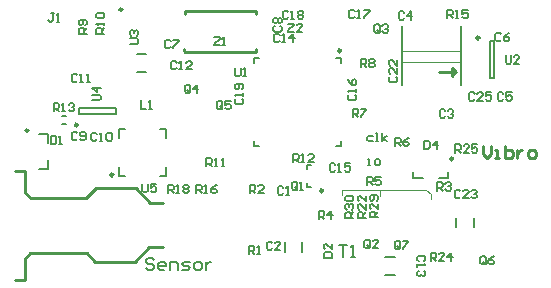
<source format=gto>
G04 Layer_Color=65535*
%FSLAX25Y25*%
%MOIN*%
G70*
G01*
G75*
%ADD49C,0.00984*%
%ADD50C,0.00787*%
%ADD70C,0.00394*%
%ADD71C,0.00606*%
%ADD72C,0.01000*%
%ADD73C,0.00591*%
D49*
X103150Y-60925D02*
G03*
X103150Y-60925I-492J0D01*
G01*
X109055Y-14272D02*
G03*
X109055Y-14272I-492J0D01*
G01*
X21358Y-38976D02*
G03*
X21358Y-38976I-492J0D01*
G01*
X155268Y-9967D02*
G03*
X155268Y-9967I-492J0D01*
G01*
X33268Y-55610D02*
G03*
X33268Y-55610I-492J0D01*
G01*
X36242Y-492D02*
G03*
X36242Y-492I-492J0D01*
G01*
X146480Y-50270D02*
G03*
X146480Y-50270I-492J0D01*
G01*
X4912Y-40824D02*
G03*
X4912Y-40824I-492J0D01*
G01*
X57087Y-14665D02*
X80709D01*
X56890Y-14469D02*
X57087Y-14665D01*
X56890Y-14469D02*
Y-13681D01*
X80709Y-14665D02*
Y-13681D01*
X57087Y-886D02*
X80709D01*
X57087Y-2067D02*
Y-886D01*
X80709Y-1870D02*
Y-886D01*
X49705Y-79626D02*
X49744Y-79587D01*
X45256Y-79626D02*
X49705D01*
X40335Y-84547D02*
X45256Y-79626D01*
X27146Y-84547D02*
X40335D01*
X24429Y-81831D02*
X27146Y-84547D01*
X5610Y-81831D02*
X24429D01*
X3917Y-83524D02*
X5610Y-81831D01*
X3917Y-90571D02*
Y-83524D01*
X335Y-90571D02*
X3917D01*
X45492Y-64902D02*
X49744D01*
X40768Y-60177D02*
X45492Y-64902D01*
X27303Y-60177D02*
X40768D01*
X26201Y-61279D02*
X27303Y-60177D01*
X24154Y-63327D02*
X26201Y-61279D01*
X5650Y-63327D02*
X24154D01*
X3878Y-61555D02*
X5650Y-63327D01*
X3878Y-61555D02*
Y-54350D01*
X374D02*
X3878D01*
D50*
X147547Y-73075D02*
Y-69925D01*
X153453Y-73075D02*
Y-69925D01*
X123925Y-88953D02*
X127075D01*
X123925Y-83047D02*
X127075D01*
X40990Y-15297D02*
X44140D01*
X40990Y-21203D02*
X44140D01*
X97933Y-53642D02*
Y-52461D01*
X99114D01*
X97933Y-59547D02*
Y-58366D01*
Y-59547D02*
X99114D01*
X109153Y-45965D02*
Y-44291D01*
X107480Y-45965D02*
X109153D01*
X80020D02*
Y-44291D01*
Y-45965D02*
X81693D01*
X80020Y-18504D02*
Y-16831D01*
X81693D01*
X109153Y-18504D02*
Y-16831D01*
X107480D02*
X109153D01*
X21949Y-33268D02*
X34154D01*
X21949Y-35236D02*
X34154D01*
Y-33268D01*
X21949Y-35236D02*
Y-33268D01*
X96260Y-81299D02*
Y-78150D01*
X90354Y-81299D02*
Y-78150D01*
X158909Y-11148D02*
X160091D01*
X158909Y-23352D02*
X160091D01*
X158909D02*
Y-11148D01*
X160091Y-23352D02*
Y-11148D01*
X16043Y-35925D02*
X17618D01*
X16043Y-38681D02*
X17618D01*
X35236Y-55905D02*
X37106D01*
X35236D02*
Y-53051D01*
X48917Y-55905D02*
X50787D01*
Y-53051D01*
Y-43209D02*
Y-40354D01*
X48917D02*
X50787D01*
X35236D02*
X37106D01*
X35236Y-43209D02*
Y-40354D01*
X133095Y-56766D02*
X136343D01*
X133095D02*
Y-54797D01*
X141657Y-56766D02*
X144905D01*
Y-54797D01*
X11309Y-53817D02*
Y-50667D01*
X8553Y-53817D02*
X11309D01*
Y-45155D02*
Y-42006D01*
X8553D02*
X11309D01*
D70*
X139272Y-63779D02*
Y-61910D01*
X137402Y-60728D02*
X139272Y-61910D01*
X124508Y-60728D02*
X137402D01*
X122244D02*
X124508D01*
X122244Y-62697D02*
Y-60728D01*
Y-62697D02*
Y-60630D01*
X109646D02*
X122244D01*
X109449D02*
X109646D01*
X109449Y-62402D02*
Y-60630D01*
X129894Y-14411D02*
X149185D01*
X129894Y-17955D02*
X149185D01*
D71*
X129500Y-25829D02*
Y-6144D01*
X149185Y-25829D02*
Y-6144D01*
D72*
X145248Y-21498D02*
X147610D01*
X146035Y-19923D02*
X147610Y-21498D01*
X146035Y-22679D02*
Y-19923D01*
Y-22679D02*
X147216Y-21498D01*
X141705D02*
X147216D01*
X156496Y-46163D02*
Y-48787D01*
X157808Y-50098D01*
X159120Y-48787D01*
Y-46163D01*
X160432Y-50098D02*
X161744D01*
X161088D01*
Y-47475D01*
X160432D01*
X163712Y-46163D02*
Y-50098D01*
X165679D01*
X166335Y-49442D01*
Y-48787D01*
Y-48131D01*
X165679Y-47475D01*
X163712D01*
X167647D02*
Y-50098D01*
Y-48787D01*
X168303Y-48131D01*
X168959Y-47475D01*
X169615D01*
X172239Y-50098D02*
X173551D01*
X174207Y-49442D01*
Y-48131D01*
X173551Y-47475D01*
X172239D01*
X171583Y-48131D01*
Y-49442D01*
X172239Y-50098D01*
D73*
X121457Y-69784D02*
X118702D01*
Y-68406D01*
X119161Y-67947D01*
X120079D01*
X120538Y-68406D01*
Y-69784D01*
Y-68865D02*
X121457Y-67947D01*
Y-65192D02*
Y-67028D01*
X119620Y-65192D01*
X119161D01*
X118702Y-65651D01*
Y-66569D01*
X119161Y-67028D01*
X120998Y-64273D02*
X121457Y-63814D01*
Y-62896D01*
X120998Y-62437D01*
X119161D01*
X118702Y-62896D01*
Y-63814D01*
X119161Y-64273D01*
X119620D01*
X120079Y-63814D01*
Y-62437D01*
X162467Y-8728D02*
X162007Y-8269D01*
X161089D01*
X160630Y-8728D01*
Y-10564D01*
X161089Y-11024D01*
X162007D01*
X162467Y-10564D01*
X165222Y-8269D02*
X164303Y-8728D01*
X163385Y-9646D01*
Y-10564D01*
X163844Y-11024D01*
X164762D01*
X165222Y-10564D01*
Y-10105D01*
X164762Y-9646D01*
X163385D01*
X113648Y-1051D02*
X113189Y-591D01*
X112270D01*
X111811Y-1051D01*
Y-2887D01*
X112270Y-3347D01*
X113189D01*
X113648Y-2887D01*
X114566Y-3347D02*
X115484D01*
X115025D01*
Y-591D01*
X114566Y-1051D01*
X116862Y-591D02*
X118699D01*
Y-1051D01*
X116862Y-2887D01*
Y-3347D01*
X153638Y-28568D02*
X153179Y-28109D01*
X152260D01*
X151801Y-28568D01*
Y-30405D01*
X152260Y-30864D01*
X153179D01*
X153638Y-30405D01*
X156393Y-30864D02*
X154556D01*
X156393Y-29027D01*
Y-28568D01*
X155934Y-28109D01*
X155015D01*
X154556Y-28568D01*
X159148Y-28109D02*
X157311D01*
Y-29487D01*
X158229Y-29027D01*
X158689D01*
X159148Y-29487D01*
Y-30405D01*
X158689Y-30864D01*
X157770D01*
X157311Y-30405D01*
X147250Y-48250D02*
Y-45495D01*
X148627D01*
X149087Y-45954D01*
Y-46872D01*
X148627Y-47332D01*
X147250D01*
X148168D02*
X149087Y-48250D01*
X151842D02*
X150005D01*
X151842Y-46413D01*
Y-45954D01*
X151383Y-45495D01*
X150464D01*
X150005Y-45954D01*
X154597Y-45495D02*
X152760D01*
Y-46872D01*
X153678Y-46413D01*
X154138D01*
X154597Y-46872D01*
Y-47791D01*
X154138Y-48250D01*
X153219D01*
X152760Y-47791D01*
X69616Y-33291D02*
Y-31454D01*
X69157Y-30995D01*
X68239D01*
X67780Y-31454D01*
Y-33291D01*
X68239Y-33750D01*
X69157D01*
X68698Y-32832D02*
X69616Y-33750D01*
X69157D02*
X69616Y-33291D01*
X72371Y-30995D02*
X70535D01*
Y-32372D01*
X71453Y-31913D01*
X71912D01*
X72371Y-32372D01*
Y-33291D01*
X71912Y-33750D01*
X70994D01*
X70535Y-33291D01*
X93173Y-51476D02*
Y-48721D01*
X94550D01*
X95009Y-49180D01*
Y-50099D01*
X94550Y-50558D01*
X93173D01*
X94091D02*
X95009Y-51476D01*
X95928D02*
X96846D01*
X96387D01*
Y-48721D01*
X95928Y-49180D01*
X100060Y-51476D02*
X98224D01*
X100060Y-49640D01*
Y-49180D01*
X99601Y-48721D01*
X98683D01*
X98224Y-49180D01*
X42323Y-30808D02*
Y-33563D01*
X44159D01*
X45078D02*
X45996D01*
X45537D01*
Y-30808D01*
X45078Y-31267D01*
X88648Y-9121D02*
X88188Y-8662D01*
X87270D01*
X86811Y-9121D01*
Y-10958D01*
X87270Y-11417D01*
X88188D01*
X88648Y-10958D01*
X89566Y-11417D02*
X90484D01*
X90025D01*
Y-8662D01*
X89566Y-9121D01*
X93239Y-11417D02*
Y-8662D01*
X91862Y-10040D01*
X93699D01*
X163973Y-15824D02*
Y-18120D01*
X164432Y-18579D01*
X165350D01*
X165810Y-18120D01*
Y-15824D01*
X168565Y-18579D02*
X166728D01*
X168565Y-16742D01*
Y-16283D01*
X168105Y-15824D01*
X167187D01*
X166728Y-16283D01*
X144579Y-3421D02*
Y-666D01*
X145957D01*
X146416Y-1125D01*
Y-2044D01*
X145957Y-2503D01*
X144579D01*
X145498D02*
X146416Y-3421D01*
X147334D02*
X148253D01*
X147793D01*
Y-666D01*
X147334Y-1125D01*
X151467Y-666D02*
X149630D01*
Y-2044D01*
X150549Y-1585D01*
X151008D01*
X151467Y-2044D01*
Y-2962D01*
X151008Y-3421D01*
X150089D01*
X149630Y-2962D01*
X163270Y-28625D02*
X162811Y-28166D01*
X161892D01*
X161433Y-28625D01*
Y-30462D01*
X161892Y-30921D01*
X162811D01*
X163270Y-30462D01*
X166025Y-28166D02*
X164188D01*
Y-29544D01*
X165106Y-29085D01*
X165566D01*
X166025Y-29544D01*
Y-30462D01*
X165566Y-30921D01*
X164647D01*
X164188Y-30462D01*
X86187Y-78314D02*
X85728Y-77855D01*
X84810D01*
X84350Y-78314D01*
Y-80151D01*
X84810Y-80610D01*
X85728D01*
X86187Y-80151D01*
X88942Y-80610D02*
X87105D01*
X88942Y-78774D01*
Y-78314D01*
X88483Y-77855D01*
X87565D01*
X87105Y-78314D01*
X143812Y-34303D02*
X143352Y-33844D01*
X142434D01*
X141975Y-34303D01*
Y-36140D01*
X142434Y-36599D01*
X143352D01*
X143812Y-36140D01*
X144730Y-34303D02*
X145189Y-33844D01*
X146107D01*
X146567Y-34303D01*
Y-34762D01*
X146107Y-35221D01*
X145648D01*
X146107D01*
X146567Y-35680D01*
Y-36140D01*
X146107Y-36599D01*
X145189D01*
X144730Y-36140D01*
X118766Y-79561D02*
Y-77724D01*
X118307Y-77265D01*
X117388D01*
X116929Y-77724D01*
Y-79561D01*
X117388Y-80020D01*
X118307D01*
X117848Y-79101D02*
X118766Y-80020D01*
X118307D02*
X118766Y-79561D01*
X121521Y-80020D02*
X119684D01*
X121521Y-78183D01*
Y-77724D01*
X121062Y-77265D01*
X120143D01*
X119684Y-77724D01*
X127165Y-45965D02*
Y-43210D01*
X128543D01*
X129002Y-43669D01*
Y-44587D01*
X128543Y-45046D01*
X127165D01*
X128084D02*
X129002Y-45965D01*
X131757Y-43210D02*
X130839Y-43669D01*
X129920Y-44587D01*
Y-45505D01*
X130379Y-45965D01*
X131298D01*
X131757Y-45505D01*
Y-45046D01*
X131298Y-44587D01*
X129920D01*
X112992Y-36417D02*
Y-33662D01*
X114370D01*
X114829Y-34122D01*
Y-35040D01*
X114370Y-35499D01*
X112992D01*
X113910D02*
X114829Y-36417D01*
X115747Y-33662D02*
X117584D01*
Y-34122D01*
X115747Y-35958D01*
Y-36417D01*
X108465Y-78938D02*
X111088D01*
X109776D01*
Y-82874D01*
X112400D02*
X113712D01*
X113056D01*
Y-78938D01*
X112400Y-79594D01*
X24419Y-8555D02*
X21664D01*
Y-7178D01*
X22123Y-6718D01*
X23041D01*
X23501Y-7178D01*
Y-8555D01*
Y-7637D02*
X24419Y-6718D01*
X23960Y-5800D02*
X24419Y-5341D01*
Y-4423D01*
X23960Y-3963D01*
X22123D01*
X21664Y-4423D01*
Y-5341D01*
X22123Y-5800D01*
X22582D01*
X23041Y-5341D01*
Y-3963D01*
X21223Y-22431D02*
X20763Y-21971D01*
X19845D01*
X19386Y-22431D01*
Y-24267D01*
X19845Y-24726D01*
X20763D01*
X21223Y-24267D01*
X22141Y-24726D02*
X23059D01*
X22600D01*
Y-21971D01*
X22141Y-22431D01*
X24437Y-24726D02*
X25355D01*
X24896D01*
Y-21971D01*
X24437Y-22431D01*
X42913Y-58564D02*
Y-60860D01*
X43373Y-61319D01*
X44291D01*
X44750Y-60860D01*
Y-58564D01*
X47505D02*
X45668D01*
Y-59941D01*
X46587Y-59482D01*
X47046D01*
X47505Y-59941D01*
Y-60860D01*
X47046Y-61319D01*
X46128D01*
X45668Y-60860D01*
X13378Y-34498D02*
Y-31743D01*
X14755D01*
X15215Y-32203D01*
Y-33121D01*
X14755Y-33580D01*
X13378D01*
X14296D02*
X15215Y-34498D01*
X16133D02*
X17051D01*
X16592D01*
Y-31743D01*
X16133Y-32203D01*
X18429D02*
X18888Y-31743D01*
X19806D01*
X20266Y-32203D01*
Y-32662D01*
X19806Y-33121D01*
X19347D01*
X19806D01*
X20266Y-33580D01*
Y-34039D01*
X19806Y-34498D01*
X18888D01*
X18429Y-34039D01*
X122014Y-7808D02*
Y-5972D01*
X121555Y-5513D01*
X120636D01*
X120177Y-5972D01*
Y-7808D01*
X120636Y-8268D01*
X121555D01*
X121096Y-7349D02*
X122014Y-8268D01*
X121555D02*
X122014Y-7808D01*
X122932Y-5972D02*
X123391Y-5513D01*
X124310D01*
X124769Y-5972D01*
Y-6431D01*
X124310Y-6890D01*
X123851D01*
X124310D01*
X124769Y-7349D01*
Y-7808D01*
X124310Y-8268D01*
X123391D01*
X122932Y-7808D01*
X87074Y-6037D02*
X86615Y-6497D01*
Y-7415D01*
X87074Y-7874D01*
X88911D01*
X89370Y-7415D01*
Y-6497D01*
X88911Y-6037D01*
X87074Y-5119D02*
X86615Y-4660D01*
Y-3742D01*
X87074Y-3282D01*
X87533D01*
X87993Y-3742D01*
X88452Y-3282D01*
X88911D01*
X89370Y-3742D01*
Y-4660D01*
X88911Y-5119D01*
X88452D01*
X87993Y-4660D01*
X87533Y-5119D01*
X87074D01*
X87993Y-4660D02*
Y-3742D01*
X52329Y-11090D02*
X51870Y-10631D01*
X50951D01*
X50492Y-11090D01*
Y-12927D01*
X50951Y-13386D01*
X51870D01*
X52329Y-12927D01*
X53247Y-10631D02*
X55084D01*
Y-11090D01*
X53247Y-12927D01*
Y-13386D01*
X130206Y-1613D02*
X129747Y-1154D01*
X128829D01*
X128370Y-1613D01*
Y-3450D01*
X128829Y-3909D01*
X129747D01*
X130206Y-3450D01*
X132502Y-3909D02*
Y-1154D01*
X131125Y-2531D01*
X132961D01*
X89927Y-59909D02*
X89468Y-59450D01*
X88550D01*
X88090Y-59909D01*
Y-61746D01*
X88550Y-62205D01*
X89468D01*
X89927Y-61746D01*
X90846Y-62205D02*
X91764D01*
X91305D01*
Y-59450D01*
X90846Y-59909D01*
X107152Y-52232D02*
X106693Y-51772D01*
X105774D01*
X105315Y-52232D01*
Y-54068D01*
X105774Y-54528D01*
X106693D01*
X107152Y-54068D01*
X108070Y-54528D02*
X108988D01*
X108529D01*
Y-51772D01*
X108070Y-52232D01*
X112203Y-51772D02*
X110366D01*
Y-53150D01*
X111284Y-52691D01*
X111743D01*
X112203Y-53150D01*
Y-54068D01*
X111743Y-54528D01*
X110825D01*
X110366Y-54068D01*
X111966Y-28901D02*
X111507Y-29360D01*
Y-30279D01*
X111966Y-30738D01*
X113803D01*
X114262Y-30279D01*
Y-29360D01*
X113803Y-28901D01*
X114262Y-27983D02*
Y-27064D01*
Y-27524D01*
X111507D01*
X111966Y-27983D01*
X111507Y-23850D02*
X111966Y-24769D01*
X112885Y-25687D01*
X113803D01*
X114262Y-25228D01*
Y-24309D01*
X113803Y-23850D01*
X113344D01*
X112885Y-24309D01*
Y-25687D01*
X119750Y-42652D02*
X118373D01*
X117913Y-43111D01*
Y-44029D01*
X118373Y-44488D01*
X119750D01*
X120668D02*
X121587D01*
X121128D01*
Y-41733D01*
X120668D01*
X122964Y-44488D02*
Y-41733D01*
Y-43570D02*
X124342Y-42652D01*
X122964Y-43570D02*
X124342Y-44488D01*
X118021Y-52353D02*
X118940D01*
X118480D01*
Y-50516D01*
X118021D01*
X120776Y-52353D02*
X121695D01*
X122154Y-51894D01*
Y-50975D01*
X121695Y-50516D01*
X120776D01*
X120317Y-50975D01*
Y-51894D01*
X120776Y-52353D01*
X64272Y-52854D02*
Y-50099D01*
X65649D01*
X66108Y-50559D01*
Y-51477D01*
X65649Y-51936D01*
X64272D01*
X65190D02*
X66108Y-52854D01*
X67027D02*
X67945D01*
X67486D01*
Y-50099D01*
X67027Y-50559D01*
X69323Y-52854D02*
X70241D01*
X69782D01*
Y-50099D01*
X69323Y-50559D01*
X30279Y-8563D02*
X27525D01*
Y-7186D01*
X27984Y-6726D01*
X28902D01*
X29361Y-7186D01*
Y-8563D01*
Y-7645D02*
X30279Y-6726D01*
Y-5808D02*
Y-4890D01*
Y-5349D01*
X27525D01*
X27984Y-5808D01*
Y-3512D02*
X27525Y-3053D01*
Y-2135D01*
X27984Y-1675D01*
X29820D01*
X30279Y-2135D01*
Y-3053D01*
X29820Y-3512D01*
X27984D01*
X115748Y-19685D02*
Y-16930D01*
X117125D01*
X117585Y-17389D01*
Y-18307D01*
X117125Y-18767D01*
X115748D01*
X116666D02*
X117585Y-19685D01*
X118503Y-17389D02*
X118962Y-16930D01*
X119881D01*
X120340Y-17389D01*
Y-17848D01*
X119881Y-18307D01*
X120340Y-18767D01*
Y-19226D01*
X119881Y-19685D01*
X118962D01*
X118503Y-19226D01*
Y-18767D01*
X118962Y-18307D01*
X118503Y-17848D01*
Y-17389D01*
X118962Y-18307D02*
X119881D01*
X101772Y-70472D02*
Y-67717D01*
X103149D01*
X103608Y-68177D01*
Y-69095D01*
X103149Y-69554D01*
X101772D01*
X102690D02*
X103608Y-70472D01*
X105904D02*
Y-67717D01*
X104527Y-69095D01*
X106363D01*
X78445Y-82087D02*
Y-79332D01*
X79822D01*
X80282Y-79791D01*
Y-80709D01*
X79822Y-81168D01*
X78445D01*
X79363D02*
X80282Y-82087D01*
X81200D02*
X82118D01*
X81659D01*
Y-79332D01*
X81200Y-79791D01*
X38802Y-12008D02*
X41098D01*
X41557Y-11549D01*
Y-10630D01*
X41098Y-10171D01*
X38802D01*
X39261Y-9253D02*
X38802Y-8794D01*
Y-7875D01*
X39261Y-7416D01*
X39720D01*
X40180Y-7875D01*
Y-8335D01*
Y-7875D01*
X40639Y-7416D01*
X41098D01*
X41557Y-7875D01*
Y-8794D01*
X41098Y-9253D01*
X26280Y-30787D02*
X28576D01*
X29035Y-30328D01*
Y-29410D01*
X28576Y-28951D01*
X26280D01*
X29035Y-26655D02*
X26280D01*
X27658Y-28032D01*
Y-26196D01*
X66831Y-9745D02*
X68667D01*
Y-10204D01*
X66831Y-12041D01*
Y-12500D01*
X68667D01*
X69586D02*
X70504D01*
X70045D01*
Y-9745D01*
X69586Y-10204D01*
X73819Y-19981D02*
Y-22277D01*
X74278Y-22736D01*
X75196D01*
X75656Y-22277D01*
Y-19981D01*
X76574Y-22736D02*
X77492D01*
X77033D01*
Y-19981D01*
X76574Y-20440D01*
X94569Y-60176D02*
Y-58339D01*
X94110Y-57880D01*
X93191D01*
X92732Y-58339D01*
Y-60176D01*
X93191Y-60635D01*
X94110D01*
X93651Y-59717D02*
X94569Y-60635D01*
X94110D02*
X94569Y-60176D01*
X95487Y-60635D02*
X96406D01*
X95947D01*
Y-57880D01*
X95487Y-58339D01*
X27722Y-41995D02*
X27263Y-41536D01*
X26345D01*
X25886Y-41995D01*
Y-43832D01*
X26345Y-44291D01*
X27263D01*
X27722Y-43832D01*
X28641Y-44291D02*
X29559D01*
X29100D01*
Y-41536D01*
X28641Y-41995D01*
X30937D02*
X31396Y-41536D01*
X32314D01*
X32773Y-41995D01*
Y-43832D01*
X32314Y-44291D01*
X31396D01*
X30937Y-43832D01*
Y-41995D01*
X21226Y-41799D02*
X20767Y-41339D01*
X19849D01*
X19390Y-41799D01*
Y-43635D01*
X19849Y-44094D01*
X20767D01*
X21226Y-43635D01*
X22145D02*
X22604Y-44094D01*
X23522D01*
X23981Y-43635D01*
Y-41799D01*
X23522Y-41339D01*
X22604D01*
X22145Y-41799D01*
Y-42258D01*
X22604Y-42717D01*
X23981D01*
X54337Y-18204D02*
X53878Y-17745D01*
X52959D01*
X52500Y-18204D01*
Y-20041D01*
X52959Y-20500D01*
X53878D01*
X54337Y-20041D01*
X55255Y-20500D02*
X56173D01*
X55714D01*
Y-17745D01*
X55255Y-18204D01*
X59387Y-20500D02*
X57551D01*
X59387Y-18663D01*
Y-18204D01*
X58928Y-17745D01*
X58010D01*
X57551Y-18204D01*
X78740Y-61811D02*
Y-59056D01*
X80118D01*
X80577Y-59515D01*
Y-60434D01*
X80118Y-60893D01*
X78740D01*
X79659D02*
X80577Y-61811D01*
X83332D02*
X81495D01*
X83332Y-59974D01*
Y-59515D01*
X82873Y-59056D01*
X81954D01*
X81495Y-59515D01*
X117815Y-59055D02*
Y-56300D01*
X119193D01*
X119652Y-56759D01*
Y-57678D01*
X119193Y-58137D01*
X117815D01*
X118733D02*
X119652Y-59055D01*
X122407Y-56300D02*
X120570D01*
Y-57678D01*
X121488Y-57218D01*
X121948D01*
X122407Y-57678D01*
Y-58596D01*
X121948Y-59055D01*
X121029D01*
X120570Y-58596D01*
X136843Y-84415D02*
X137302Y-83956D01*
Y-83038D01*
X136843Y-82579D01*
X135006D01*
X134547Y-83038D01*
Y-83956D01*
X135006Y-84415D01*
X134547Y-85334D02*
Y-86252D01*
Y-85793D01*
X137302D01*
X136843Y-85334D01*
Y-87630D02*
X137302Y-88089D01*
Y-89007D01*
X136843Y-89466D01*
X136384D01*
X135925Y-89007D01*
Y-88548D01*
Y-89007D01*
X135466Y-89466D01*
X135006D01*
X134547Y-89007D01*
Y-88089D01*
X135006Y-87630D01*
X60827Y-61713D02*
Y-58958D01*
X62204D01*
X62664Y-59417D01*
Y-60335D01*
X62204Y-60794D01*
X60827D01*
X61745D02*
X62664Y-61713D01*
X63582D02*
X64500D01*
X64041D01*
Y-58958D01*
X63582Y-59417D01*
X67714Y-58958D02*
X66796Y-59417D01*
X65878Y-60335D01*
Y-61253D01*
X66337Y-61713D01*
X67255D01*
X67714Y-61253D01*
Y-60794D01*
X67255Y-60335D01*
X65878D01*
X51476Y-61614D02*
Y-58859D01*
X52854D01*
X53313Y-59318D01*
Y-60237D01*
X52854Y-60696D01*
X51476D01*
X52395D02*
X53313Y-61614D01*
X54231D02*
X55150D01*
X54691D01*
Y-58859D01*
X54231Y-59318D01*
X56527D02*
X56986Y-58859D01*
X57905D01*
X58364Y-59318D01*
Y-59777D01*
X57905Y-60237D01*
X58364Y-60696D01*
Y-61155D01*
X57905Y-61614D01*
X56986D01*
X56527Y-61155D01*
Y-60696D01*
X56986Y-60237D01*
X56527Y-59777D01*
Y-59318D01*
X56986Y-60237D02*
X57905D01*
X103347Y-83268D02*
X106102D01*
Y-81890D01*
X105643Y-81431D01*
X103806D01*
X103347Y-81890D01*
Y-83268D01*
X106102Y-78676D02*
Y-80513D01*
X104266Y-78676D01*
X103806D01*
X103347Y-79135D01*
Y-80054D01*
X103806Y-80513D01*
X58876Y-27822D02*
Y-25986D01*
X58417Y-25526D01*
X57499D01*
X57039Y-25986D01*
Y-27822D01*
X57499Y-28282D01*
X58417D01*
X57958Y-27363D02*
X58876Y-28282D01*
X58417D02*
X58876Y-27822D01*
X61172Y-28282D02*
Y-25526D01*
X59794Y-26904D01*
X61631D01*
X13451Y-1773D02*
X12532D01*
X12992D01*
Y-4068D01*
X12532Y-4528D01*
X12073D01*
X11614Y-4068D01*
X14369Y-4528D02*
X15288D01*
X14828D01*
Y-1773D01*
X14369Y-2232D01*
X91634Y-5217D02*
X93471D01*
Y-5677D01*
X91634Y-7513D01*
Y-7972D01*
X93471D01*
X96226D02*
X94389D01*
X96226Y-6136D01*
Y-5677D01*
X95766Y-5217D01*
X94848D01*
X94389Y-5677D01*
X91502Y-1346D02*
X91043Y-887D01*
X90124D01*
X89665Y-1346D01*
Y-3183D01*
X90124Y-3642D01*
X91043D01*
X91502Y-3183D01*
X92420Y-3642D02*
X93339D01*
X92879D01*
Y-887D01*
X92420Y-1346D01*
X94716D02*
X95175Y-887D01*
X96094D01*
X96553Y-1346D01*
Y-1805D01*
X96094Y-2264D01*
X96553Y-2723D01*
Y-3183D01*
X96094Y-3642D01*
X95175D01*
X94716Y-3183D01*
Y-2723D01*
X95175Y-2264D01*
X94716Y-1805D01*
Y-1346D01*
X95175Y-2264D02*
X96094D01*
X12392Y-42637D02*
Y-45392D01*
X13770D01*
X14229Y-44933D01*
Y-43096D01*
X13770Y-42637D01*
X12392D01*
X15147Y-45392D02*
X16066D01*
X15606D01*
Y-42637D01*
X15147Y-43096D01*
X74181Y-30348D02*
X73721Y-30808D01*
Y-31726D01*
X74181Y-32185D01*
X76017D01*
X76476Y-31726D01*
Y-30808D01*
X76017Y-30348D01*
X76476Y-29430D02*
Y-28512D01*
Y-28971D01*
X73721D01*
X74181Y-29430D01*
X76017Y-27134D02*
X76476Y-26675D01*
Y-25757D01*
X76017Y-25297D01*
X74181D01*
X73721Y-25757D01*
Y-26675D01*
X74181Y-27134D01*
X74640D01*
X75099Y-26675D01*
Y-25297D01*
X125558Y-22868D02*
X125099Y-23327D01*
Y-24246D01*
X125558Y-24705D01*
X127395D01*
X127854Y-24246D01*
Y-23327D01*
X127395Y-22868D01*
X127854Y-20113D02*
Y-21950D01*
X126018Y-20113D01*
X125558D01*
X125099Y-20572D01*
Y-21490D01*
X125558Y-21950D01*
X127854Y-17358D02*
Y-19195D01*
X126018Y-17358D01*
X125558D01*
X125099Y-17817D01*
Y-18735D01*
X125558Y-19195D01*
X117421Y-69980D02*
X114666D01*
Y-68603D01*
X115125Y-68144D01*
X116044D01*
X116503Y-68603D01*
Y-69980D01*
Y-69062D02*
X117421Y-68144D01*
Y-65389D02*
Y-67225D01*
X115585Y-65389D01*
X115125D01*
X114666Y-65848D01*
Y-66766D01*
X115125Y-67225D01*
X117421Y-62634D02*
Y-64470D01*
X115585Y-62634D01*
X115125D01*
X114666Y-63093D01*
Y-64011D01*
X115125Y-64470D01*
X148889Y-61045D02*
X148430Y-60586D01*
X147511D01*
X147052Y-61045D01*
Y-62882D01*
X147511Y-63341D01*
X148430D01*
X148889Y-62882D01*
X151644Y-63341D02*
X149807D01*
X151644Y-61504D01*
Y-61045D01*
X151185Y-60586D01*
X150266D01*
X149807Y-61045D01*
X152562D02*
X153021Y-60586D01*
X153940D01*
X154399Y-61045D01*
Y-61504D01*
X153940Y-61963D01*
X153481D01*
X153940D01*
X154399Y-62423D01*
Y-62882D01*
X153940Y-63341D01*
X153021D01*
X152562Y-62882D01*
X157373Y-85026D02*
Y-83189D01*
X156914Y-82730D01*
X155996D01*
X155536Y-83189D01*
Y-85026D01*
X155996Y-85485D01*
X156914D01*
X156455Y-84567D02*
X157373Y-85485D01*
X156914D02*
X157373Y-85026D01*
X160128Y-82730D02*
X159210Y-83189D01*
X158291Y-84108D01*
Y-85026D01*
X158751Y-85485D01*
X159669D01*
X160128Y-85026D01*
Y-84567D01*
X159669Y-84108D01*
X158291D01*
X138976Y-84350D02*
Y-81595D01*
X140354D01*
X140813Y-82055D01*
Y-82973D01*
X140354Y-83432D01*
X138976D01*
X139895D02*
X140813Y-84350D01*
X143568D02*
X141731D01*
X143568Y-82514D01*
Y-82055D01*
X143109Y-81595D01*
X142191D01*
X141731Y-82055D01*
X145864Y-84350D02*
Y-81595D01*
X144486Y-82973D01*
X146323D01*
X136909Y-44194D02*
Y-46949D01*
X138287D01*
X138746Y-46490D01*
Y-44653D01*
X138287Y-44194D01*
X136909D01*
X141042Y-46949D02*
Y-44194D01*
X139664Y-45571D01*
X141501D01*
X141186Y-60875D02*
Y-58120D01*
X142563D01*
X143023Y-58579D01*
Y-59498D01*
X142563Y-59957D01*
X141186D01*
X142104D02*
X143023Y-60875D01*
X143941Y-58579D02*
X144400Y-58120D01*
X145318D01*
X145777Y-58579D01*
Y-59039D01*
X145318Y-59498D01*
X144859D01*
X145318D01*
X145777Y-59957D01*
Y-60416D01*
X145318Y-60875D01*
X144400D01*
X143941Y-60416D01*
X128805Y-79954D02*
Y-78118D01*
X128346Y-77658D01*
X127428D01*
X126969Y-78118D01*
Y-79954D01*
X127428Y-80413D01*
X128346D01*
X127887Y-79495D02*
X128805Y-80413D01*
X128346D02*
X128805Y-79954D01*
X129724Y-77658D02*
X131560D01*
Y-78118D01*
X129724Y-79954D01*
Y-80413D01*
X46915Y-83925D02*
X46259Y-83269D01*
X44947D01*
X44291Y-83925D01*
Y-84581D01*
X44947Y-85237D01*
X46259D01*
X46915Y-85893D01*
Y-86549D01*
X46259Y-87205D01*
X44947D01*
X44291Y-86549D01*
X50195Y-87205D02*
X48883D01*
X48227Y-86549D01*
Y-85237D01*
X48883Y-84581D01*
X50195D01*
X50851Y-85237D01*
Y-85893D01*
X48227D01*
X52163Y-87205D02*
Y-84581D01*
X54131D01*
X54787Y-85237D01*
Y-87205D01*
X56099D02*
X58066D01*
X58722Y-86549D01*
X58066Y-85893D01*
X56754D01*
X56099Y-85237D01*
X56754Y-84581D01*
X58722D01*
X60690Y-87205D02*
X62002D01*
X62658Y-86549D01*
Y-85237D01*
X62002Y-84581D01*
X60690D01*
X60034Y-85237D01*
Y-86549D01*
X60690Y-87205D01*
X63970Y-84581D02*
Y-87205D01*
Y-85893D01*
X64626Y-85237D01*
X65282Y-84581D01*
X65938D01*
X113287Y-69980D02*
X110532D01*
Y-68603D01*
X110992Y-68144D01*
X111910D01*
X112369Y-68603D01*
Y-69980D01*
Y-69062D02*
X113287Y-68144D01*
X110992Y-67225D02*
X110532Y-66766D01*
Y-65848D01*
X110992Y-65389D01*
X111451D01*
X111910Y-65848D01*
Y-66307D01*
Y-65848D01*
X112369Y-65389D01*
X112828D01*
X113287Y-65848D01*
Y-66766D01*
X112828Y-67225D01*
X110992Y-64470D02*
X110532Y-64011D01*
Y-63093D01*
X110992Y-62634D01*
X112828D01*
X113287Y-63093D01*
Y-64011D01*
X112828Y-64470D01*
X110992D01*
M02*

</source>
